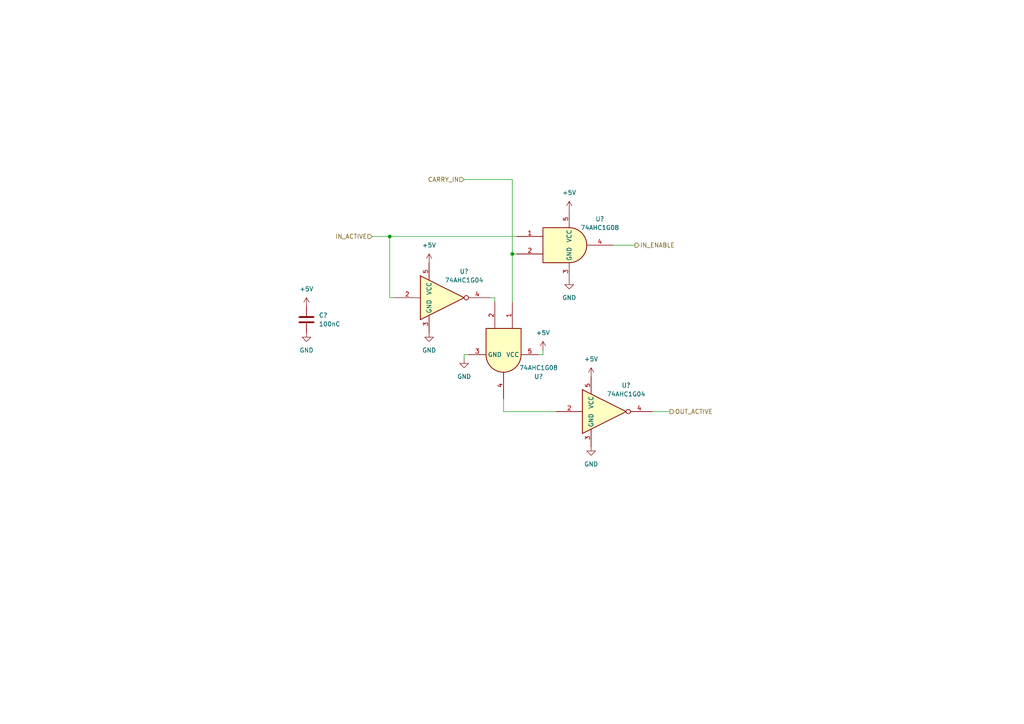
<source format=kicad_sch>
(kicad_sch (version 20230121) (generator eeschema)
  (paper "A4")
  (lib_symbols
    (symbol "74xGxx:74AHC1G04"
      (property "Reference" "U" (at -2.54 3.81 0))
      (property "Value" "74AHC1G04" (at 0 -3.81 0))
      (symbol "74AHC1G04_0_1"
        (polyline (pts (xy -7.62 6.35) (xy -7.62 -6.35) (xy 5.08 0) (xy -7.62 6.35)) (stroke (width 0.254)) (fill (type background)))
      )
      (symbol "74AHC1G04_1_1"
        (pin input line (at -15.24 0 0) (length 7.62) (name "~") (number "2"))
        (pin power_in line (at -5.08 -10.16 90) (length 5.08) (name "GND") (number "3"))
        (pin output inverted (at 12.7 0 180) (length 7.62) (name "~") (number "4"))
        (pin power_in line (at -5.08 10.16 270) (length 5.08) (name "VCC") (number "5"))
      )
    )
    (symbol "74xGxx:74AHC1G08"
      (property "Reference" "U" (at -2.54 3.81 0))
      (property "Value" "74AHC1G08" (at 0 -3.81 0))
      (symbol "74AHC1G08_0_1"
        (arc (start 0 -5.08) (mid 5.0579 0) (end 0 5.08) (stroke (width 0.254)) (fill (type background)))
        (polyline (pts (xy 0 -5.08) (xy -7.62 -5.08) (xy -7.62 5.08) (xy 0 5.08)) (stroke (width 0.254)) (fill (type background)))
      )
      (symbol "74AHC1G08_1_1"
        (pin input line (at -15.24 2.54 0) (length 7.62) (name "~") (number "1"))
        (pin input line (at -15.24 -2.54 0) (length 7.62) (name "~") (number "2"))
        (pin power_in line (at 0 -10.16 90) (length 5.08) (name "GND") (number "3"))
        (pin output line (at 12.7 0 180) (length 7.62) (name "~") (number "4"))
        (pin power_in line (at 0 10.16 270) (length 5.08) (name "VCC") (number "5"))
      )
    )
    (symbol "Device:C" (pin_numbers hide) (pin_names (offset 0.254))
      (property "Reference" "C" (at 0.635 2.54 0))
      (property "Value" "C" (at 0.635 -2.54 0))
      (symbol "C_0_1"
        (polyline (pts (xy -2.032 -0.762) (xy 2.032 -0.762)) (stroke (width 0.508)))
        (polyline (pts (xy -2.032 0.762) (xy 2.032 0.762)) (stroke (width 0.508)))
      )
      (symbol "C_1_1"
        (pin passive line (at 0 3.81 270) (length 2.794) (name "~") (number "1"))
        (pin passive line (at 0 -3.81 90) (length 2.794) (name "~") (number "2"))
      )
    )
    (symbol "power:+5V" (power) (pin_names (offset 0))
      (property "Value" "+5V" (at 0 3.556 0))
      (symbol "+5V_0_1"
        (polyline (pts (xy -0.762 1.27) (xy 0 2.54)))
        (polyline (pts (xy 0 0) (xy 0 2.54)))
        (polyline (pts (xy 0 2.54) (xy 0.762 1.27)))
      )
      (symbol "+5V_1_1"
        (pin power_in line (at 0 0 90) (length 0) hide (name "+5V") (number "1"))
      )
    )
    (symbol "power:GND" (power) (pin_names (offset 0))
      (property "Value" "GND" (at 0 -3.81 0))
      (symbol "GND_0_1"
        (polyline (pts (xy 0 0) (xy 0 -1.27) (xy 1.27 -1.27) (xy 0 -2.54) (xy -1.27 -1.27) (xy 0 -1.27)))
      )
      (symbol "GND_1_1"
        (pin power_in line (at 0 0 270) (length 0) hide (name "GND") (number "1"))
      )
    )
  )
  (junction (at 113.03 68.58))
  (junction (at 148.59 73.66))
  (wire (pts (xy 157.48 102.87) (xy 156.21 102.87)))
  (wire (pts (xy 107.95 68.58) (xy 113.03 68.58)))
  (wire (pts (xy 113.03 68.58) (xy 149.86 68.58)))
  (wire (pts (xy 149.86 73.66) (xy 148.59 73.66)))
  (wire (pts (xy 113.03 86.36) (xy 113.03 68.58)))
  (wire (pts (xy 134.62 102.87) (xy 134.62 104.14)))
  (wire (pts (xy 189.23 119.38) (xy 194.31 119.38)))
  (wire (pts (xy 142.24 86.36) (xy 143.51 86.36)))
  (wire (pts (xy 135.89 102.87) (xy 134.62 102.87)))
  (wire (pts (xy 148.59 73.66) (xy 148.59 52.07)))
  (wire (pts (xy 161.29 119.38) (xy 146.05 119.38)))
  (wire (pts (xy 148.59 73.66) (xy 148.59 87.63)))
  (wire (pts (xy 114.3 86.36) (xy 113.03 86.36)))
  (wire (pts (xy 143.51 86.36) (xy 143.51 87.63)))
  (wire (pts (xy 134.62 52.07) (xy 148.59 52.07)))
  (wire (pts (xy 146.05 115.57) (xy 146.05 119.38)))
  (wire (pts (xy 157.48 101.6) (xy 157.48 102.87)))
  (wire (pts (xy 177.8 71.12) (xy 184.15 71.12)))
  (hierarchical_label "IN_ACTIVE" (shape input) (at 107.95 68.58 180))
  (hierarchical_label "OUT_ACTIVE" (shape output) (at 194.31 119.38 0))
  (hierarchical_label "CARRY_IN" (shape input) (at 134.62 52.07 180))
  (hierarchical_label "IN_ENABLE" (shape output) (at 184.15 71.12 0))
  (symbol (lib_id "power:GND") (at 88.9 96.52 0) (unit 1)
    (property "Reference" "#PWR?" (effects hide))
    (property "Value" "GND" (at 88.9 101.6 0))
    (instances (project "SCART_switcher" (path "" (reference "#PWR?") (unit 1)) (path "" (reference "#PWR?") (unit 1)) (path "" (reference "#PWR?") (unit 1)) (path "" (reference "#PWR?") (unit 1)) (path "" (reference "#PWR?") (unit 1)) (path "" (reference "#PWR?") (unit 1)) (path "" (reference "#PWR?") (unit 1)) (path "" (reference "#PWR?") (unit 1)) (path "" (reference "#PWR?") (unit 1)) (path "" (reference "#PWR?") (unit 1)) (path "" (reference "#PWR?") (unit 1)) (path "" (reference "#PWR?") (unit 1)) (path "" (reference "#PWR?") (unit 1)) (path "" (reference "#PWR?") (unit 1)) (path "" (reference "#PWR?") (unit 1)) (path "" (reference "#PWR?") (unit 1)) (path "" (reference "#PWR?") (unit 1)) (path "" (reference "#PWR?") (unit 1)) (path "" (reference "#PWR0353") (unit 1))))
  )
  (symbol (lib_id "power:+5V") (at 124.46 76.2 0) (unit 1)
    (property "Reference" "#PWR?" (effects hide))
    (property "Value" "+5V" (at 124.46 71.12 0))
    (instances (project "SCART_switcher" (path "" (reference "#PWR?") (unit 1)) (path "" (reference "#PWR?") (unit 1)) (path "" (reference "#PWR?") (unit 1)) (path "" (reference "#PWR?") (unit 1)) (path "" (reference "#PWR?") (unit 1)) (path "" (reference "#PWR?") (unit 1)) (path "" (reference "#PWR?") (unit 1)) (path "" (reference "#PWR?") (unit 1)) (path "" (reference "#PWR?") (unit 1)) (path "" (reference "#PWR?") (unit 1)) (path "" (reference "#PWR?") (unit 1)) (path "" (reference "#PWR0354") (unit 1))))
  )
  (symbol (lib_id "power:+5V") (at 165.1 60.96 0) (unit 1)
    (property "Reference" "#PWR?" (effects hide))
    (property "Value" "+5V" (at 165.1 55.88 0))
    (instances (project "SCART_switcher" (path "" (reference "#PWR?") (unit 1)) (path "" (reference "#PWR?") (unit 1)) (path "" (reference "#PWR?") (unit 1)) (path "" (reference "#PWR?") (unit 1)) (path "" (reference "#PWR?") (unit 1)) (path "" (reference "#PWR?") (unit 1)) (path "" (reference "#PWR?") (unit 1)) (path "" (reference "#PWR?") (unit 1)) (path "" (reference "#PWR?") (unit 1)) (path "" (reference "#PWR?") (unit 1)) (path "" (reference "#PWR?") (unit 1)) (path "" (reference "#PWR0358") (unit 1))))
  )
  (symbol (lib_id "74xGxx:74AHC1G08") (at 146.05 102.87 270) (unit 1)
    (property "Reference" "U?" (at 156.21 109.22 90))
    (property "Value" "74AHC1G08" (at 156.21 106.68 90))
    (property "Footprint" "Package_TO_SOT_SMD:SOT-23-5" (effects hide))
    (property "Datasheet" "https://datasheet.lcsc.com/lcsc/1912111437_Diodes-Incorporated-74AHC1G08W5-7_C460487.pdf" (effects hide))
    (property "MFN" "74AHC1G08W5-7" (effects hide))
    (instances (project "SCART_switcher" (path "" (reference "U?") (unit 1)) (path "" (reference "U?") (unit 1)) (path "" (reference "U?") (unit 1)) (path "" (reference "U?") (unit 1)) (path "" (reference "U?") (unit 1)) (path "" (reference "U?") (unit 1)) (path "" (reference "U?") (unit 1)) (path "" (reference "U?") (unit 1)) (path "" (reference "U?") (unit 1)) (path "" (reference "U61") (unit 1))))
  )
  (symbol (lib_id "74xGxx:74AHC1G04") (at 176.53 119.38 0) (unit 1)
    (property "Reference" "U?" (at 181.61 111.76 0))
    (property "Value" "74AHC1G04" (at 181.61 114.3 0))
    (property "Footprint" "Package_TO_SOT_SMD:SOT-23-5" (effects hide))
    (property "Datasheet" "https://datasheet.lcsc.com/lcsc/1912111437_Diodes-Incorporated-74AHC1G04W5-7_C460486.pdf" (effects hide))
    (property "MFN" "74AHC1G04W5-7" (effects hide))
    (instances (project "SCART_switcher" (path "" (reference "U?") (unit 1)) (path "" (reference "U?") (unit 1)) (path "" (reference "U?") (unit 1)) (path "" (reference "U?") (unit 1)) (path "" (reference "U?") (unit 1)) (path "" (reference "U?") (unit 1)) (path "" (reference "U?") (unit 1)) (path "" (reference "U?") (unit 1)) (path "" (reference "U?") (unit 1)) (path "" (reference "U63") (unit 1))))
  )
  (symbol (lib_id "power:+5V") (at 157.48 101.6 0) (unit 1)
    (property "Reference" "#PWR?" (effects hide))
    (property "Value" "+5V" (at 157.48 96.52 0))
    (instances (project "SCART_switcher" (path "" (reference "#PWR?") (unit 1)) (path "" (reference "#PWR?") (unit 1)) (path "" (reference "#PWR?") (unit 1)) (path "" (reference "#PWR?") (unit 1)) (path "" (reference "#PWR?") (unit 1)) (path "" (reference "#PWR?") (unit 1)) (path "" (reference "#PWR?") (unit 1)) (path "" (reference "#PWR?") (unit 1)) (path "" (reference "#PWR?") (unit 1)) (path "" (reference "#PWR?") (unit 1)) (path "" (reference "#PWR?") (unit 1)) (path "" (reference "#PWR0357") (unit 1))))
  )
  (symbol (lib_id "power:GND") (at 134.62 104.14 0) (unit 1)
    (property "Reference" "#PWR?" (effects hide))
    (property "Value" "GND" (at 134.62 109.22 0))
    (instances (project "SCART_switcher" (path "" (reference "#PWR?") (unit 1)) (path "" (reference "#PWR?") (unit 1)) (path "" (reference "#PWR?") (unit 1)) (path "" (reference "#PWR?") (unit 1)) (path "" (reference "#PWR?") (unit 1)) (path "" (reference "#PWR?") (unit 1)) (path "" (reference "#PWR?") (unit 1)) (path "" (reference "#PWR?") (unit 1)) (path "" (reference "#PWR?") (unit 1)) (path "" (reference "#PWR?") (unit 1)) (path "" (reference "#PWR0356") (unit 1))))
  )
  (symbol (lib_id "74xGxx:74AHC1G04") (at 129.54 86.36 0) (unit 1)
    (property "Reference" "U?" (at 134.62 78.74 0))
    (property "Value" "74AHC1G04" (at 134.62 81.28 0))
    (property "Footprint" "Package_TO_SOT_SMD:SOT-23-5" (effects hide))
    (property "Datasheet" "https://datasheet.lcsc.com/lcsc/1912111437_Diodes-Incorporated-74AHC1G04W5-7_C460486.pdf" (effects hide))
    (property "MFN" "74AHC1G04W5-7" (effects hide))
    (instances (project "SCART_switcher" (path "" (reference "U?") (unit 1)) (path "" (reference "U?") (unit 1)) (path "" (reference "U?") (unit 1)) (path "" (reference "U?") (unit 1)) (path "" (reference "U?") (unit 1)) (path "" (reference "U?") (unit 1)) (path "" (reference "U?") (unit 1)) (path "" (reference "U?") (unit 1)) (path "" (reference "U?") (unit 1)) (path "" (reference "U60") (unit 1))))
  )
  (symbol (lib_id "power:+5V") (at 171.45 109.22 0) (unit 1)
    (property "Reference" "#PWR?" (effects hide))
    (property "Value" "+5V" (at 171.45 104.14 0))
    (instances (project "SCART_switcher" (path "" (reference "#PWR?") (unit 1)) (path "" (reference "#PWR?") (unit 1)) (path "" (reference "#PWR?") (unit 1)) (path "" (reference "#PWR?") (unit 1)) (path "" (reference "#PWR?") (unit 1)) (path "" (reference "#PWR?") (unit 1)) (path "" (reference "#PWR?") (unit 1)) (path "" (reference "#PWR?") (unit 1)) (path "" (reference "#PWR?") (unit 1)) (path "" (reference "#PWR?") (unit 1)) (path "" (reference "#PWR?") (unit 1)) (path "" (reference "#PWR0360") (unit 1))))
  )
  (symbol (lib_id "Device:C") (at 88.9 92.71 0) (unit 1)
    (property "Reference" "C?" (at 92.456 91.44 0) (effects (justify left)))
    (property "Value" "100nC" (at 92.456 93.98 0) (effects (justify left)))
    (property "Footprint" "Capacitor_SMD:C_0805_2012Metric_Pad1.18x1.45mm_HandSolder" (effects hide))
    (property "Datasheet" "https://datasheet.lcsc.com/lcsc/1810191215_Samsung-Electro-Mechanics-CL21B104KBCNNNC_C1711.pdf" (effects hide))
    (property "MPN" "CL21B104KBCNNNC" (effects hide))
    (instances (project "SCART_switcher" (path "" (reference "C?") (unit 1)) (path "" (reference "C?") (unit 1)) (path "" (reference "C?") (unit 1)) (path "" (reference "C?") (unit 1)) (path "" (reference "C?") (unit 1)) (path "" (reference "C?") (unit 1)) (path "" (reference "C?") (unit 1)) (path "" (reference "C?") (unit 1)) (path "" (reference "C?") (unit 1)) (path "" (reference "C?") (unit 1)) (path "" (reference "C?") (unit 1)) (path "" (reference "C?") (unit 1)) (path "" (reference "C?") (unit 1)) (path "" (reference "C?") (unit 1)) (path "" (reference "C?") (unit 1)) (path "" (reference "C?") (unit 1)) (path "" (reference "C?") (unit 1)) (path "" (reference "C?") (unit 1)) (path "" (reference "C50") (unit 1))))
  )
  (symbol (lib_id "power:+5V") (at 88.9 88.9 0) (unit 1)
    (property "Reference" "#PWR?" (effects hide))
    (property "Value" "+5V" (at 88.9 83.82 0))
    (instances (project "SCART_switcher" (path "" (reference "#PWR?") (unit 1)) (path "" (reference "#PWR?") (unit 1)) (path "" (reference "#PWR?") (unit 1)) (path "" (reference "#PWR?") (unit 1)) (path "" (reference "#PWR?") (unit 1)) (path "" (reference "#PWR?") (unit 1)) (path "" (reference "#PWR?") (unit 1)) (path "" (reference "#PWR?") (unit 1)) (path "" (reference "#PWR?") (unit 1)) (path "" (reference "#PWR?") (unit 1)) (path "" (reference "#PWR?") (unit 1)) (path "" (reference "#PWR0352") (unit 1))))
  )
  (symbol (lib_id "power:GND") (at 171.45 129.54 0) (unit 1)
    (property "Reference" "#PWR?" (effects hide))
    (property "Value" "GND" (at 171.45 134.62 0))
    (instances (project "SCART_switcher" (path "" (reference "#PWR?") (unit 1)) (path "" (reference "#PWR?") (unit 1)) (path "" (reference "#PWR?") (unit 1)) (path "" (reference "#PWR?") (unit 1)) (path "" (reference "#PWR?") (unit 1)) (path "" (reference "#PWR?") (unit 1)) (path "" (reference "#PWR?") (unit 1)) (path "" (reference "#PWR?") (unit 1)) (path "" (reference "#PWR?") (unit 1)) (path "" (reference "#PWR?") (unit 1)) (path "" (reference "#PWR0361") (unit 1))))
  )
  (symbol (lib_id "power:GND") (at 124.46 96.52 0) (unit 1)
    (property "Reference" "#PWR?" (effects hide))
    (property "Value" "GND" (at 124.46 101.6 0))
    (instances (project "SCART_switcher" (path "" (reference "#PWR?") (unit 1)) (path "" (reference "#PWR?") (unit 1)) (path "" (reference "#PWR?") (unit 1)) (path "" (reference "#PWR?") (unit 1)) (path "" (reference "#PWR?") (unit 1)) (path "" (reference "#PWR?") (unit 1)) (path "" (reference "#PWR?") (unit 1)) (path "" (reference "#PWR?") (unit 1)) (path "" (reference "#PWR?") (unit 1)) (path "" (reference "#PWR?") (unit 1)) (path "" (reference "#PWR0355") (unit 1))))
  )
  (symbol (lib_id "power:GND") (at 165.1 81.28 0) (unit 1)
    (property "Reference" "#PWR?" (effects hide))
    (property "Value" "GND" (at 165.1 86.36 0))
    (instances (project "SCART_switcher" (path "" (reference "#PWR?") (unit 1)) (path "" (reference "#PWR?") (unit 1)) (path "" (reference "#PWR?") (unit 1)) (path "" (reference "#PWR?") (unit 1)) (path "" (reference "#PWR?") (unit 1)) (path "" (reference "#PWR?") (unit 1)) (path "" (reference "#PWR?") (unit 1)) (path "" (reference "#PWR?") (unit 1)) (path "" (reference "#PWR?") (unit 1)) (path "" (reference "#PWR?") (unit 1)) (path "" (reference "#PWR0359") (unit 1))))
  )
  (symbol (lib_id "74xGxx:74AHC1G08") (at 165.1 71.12 0) (unit 1)
    (property "Reference" "U?" (at 173.99 63.5 0))
    (property "Value" "74AHC1G08" (at 173.99 66.04 0))
    (property "Footprint" "Package_TO_SOT_SMD:SOT-23-5" (effects hide))
    (property "Datasheet" "https://datasheet.lcsc.com/lcsc/1912111437_Diodes-Incorporated-74AHC1G08W5-7_C460487.pdf" (effects hide))
    (property "MFN" "74AHC1G08W5-7" (effects hide))
    (instances (project "SCART_switcher" (path "" (reference "U?") (unit 1)) (path "" (reference "U?") (unit 1)) (path "" (reference "U?") (unit 1)) (path "" (reference "U?") (unit 1)) (path "" (reference "U?") (unit 1)) (path "" (reference "U?") (unit 1)) (path "" (reference "U?") (unit 1)) (path "" (reference "U?") (unit 1)) (path "" (reference "U?") (unit 1)) (path "" (reference "U62") (unit 1))))
  )
)
</source>
